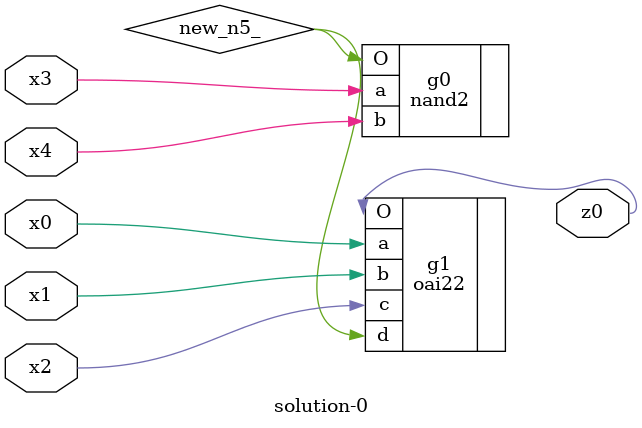
<source format=v>
module \solution-0 (
  x0, x1, x2, x3, x4,
  z0 );
  input x0, x1, x2, x3, x4;
  output z0;
  wire new_n5_;
  nand2  g0(.a(x3), .b(x4), .O(new_n5_));
  oai22  g1(.a(x0), .b(x1), .c(x2), .d(new_n5_), .O(z0));
endmodule

</source>
